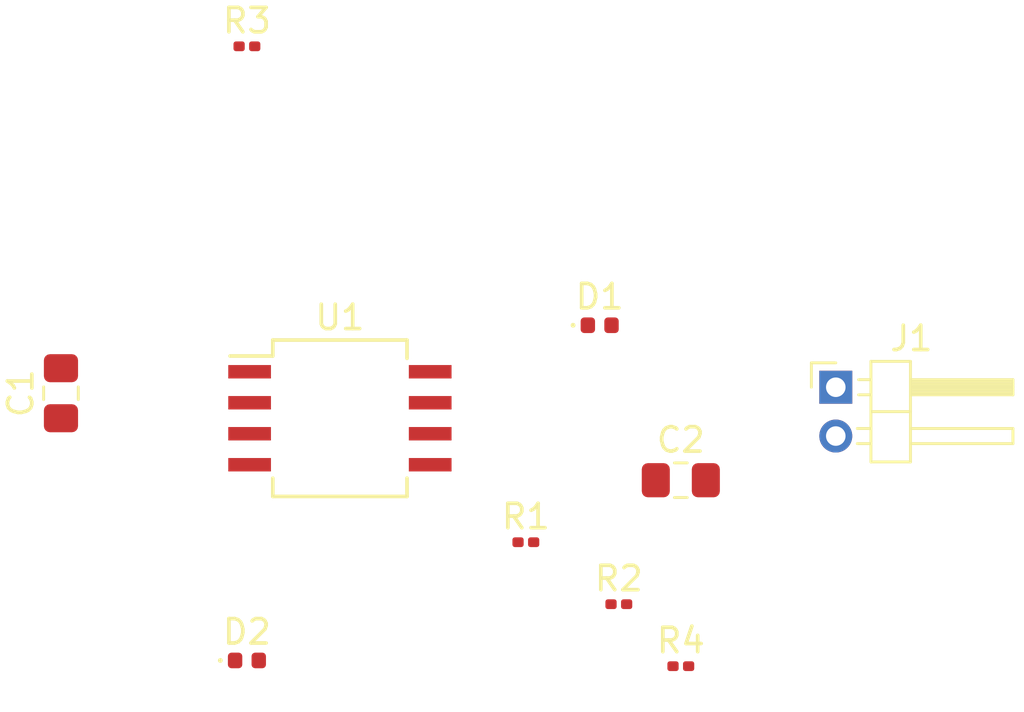
<source format=kicad_pcb>
(kicad_pcb (version 20171130) (host pcbnew 5.1.5-52549c5~84~ubuntu18.04.1)

  (general
    (thickness 1.6)
    (drawings 0)
    (tracks 0)
    (zones 0)
    (modules 10)
    (nets 8)
  )

  (page A4)
  (layers
    (0 F.Cu signal)
    (31 B.Cu signal)
    (32 B.Adhes user)
    (33 F.Adhes user)
    (34 B.Paste user)
    (35 F.Paste user)
    (36 B.SilkS user)
    (37 F.SilkS user)
    (38 B.Mask user)
    (39 F.Mask user)
    (40 Dwgs.User user)
    (41 Cmts.User user)
    (42 Eco1.User user)
    (43 Eco2.User user)
    (44 Edge.Cuts user)
    (45 Margin user)
    (46 B.CrtYd user)
    (47 F.CrtYd user)
    (48 B.Fab user)
    (49 F.Fab user)
  )

  (setup
    (last_trace_width 0.25)
    (trace_clearance 0.2)
    (zone_clearance 0.508)
    (zone_45_only no)
    (trace_min 0.2)
    (via_size 0.8)
    (via_drill 0.4)
    (via_min_size 0.4)
    (via_min_drill 0.3)
    (uvia_size 0.3)
    (uvia_drill 0.1)
    (uvias_allowed no)
    (uvia_min_size 0.2)
    (uvia_min_drill 0.1)
    (edge_width 0.05)
    (segment_width 0.2)
    (pcb_text_width 0.3)
    (pcb_text_size 1.5 1.5)
    (mod_edge_width 0.12)
    (mod_text_size 1 1)
    (mod_text_width 0.15)
    (pad_size 1.524 1.524)
    (pad_drill 0.762)
    (pad_to_mask_clearance 0.051)
    (solder_mask_min_width 0.25)
    (aux_axis_origin 0 0)
    (visible_elements FFFFFF7F)
    (pcbplotparams
      (layerselection 0x010fc_ffffffff)
      (usegerberextensions false)
      (usegerberattributes false)
      (usegerberadvancedattributes false)
      (creategerberjobfile false)
      (excludeedgelayer true)
      (linewidth 0.100000)
      (plotframeref false)
      (viasonmask false)
      (mode 1)
      (useauxorigin false)
      (hpglpennumber 1)
      (hpglpenspeed 20)
      (hpglpendiameter 15.000000)
      (psnegative false)
      (psa4output false)
      (plotreference true)
      (plotvalue true)
      (plotinvisibletext false)
      (padsonsilk false)
      (subtractmaskfromsilk false)
      (outputformat 1)
      (mirror false)
      (drillshape 1)
      (scaleselection 1)
      (outputdirectory ""))
  )

  (net 0 "")
  (net 1 GND)
  (net 2 +9V)
  (net 3 "Net-(D1-Pad1)")
  (net 4 "Net-(D2-Pad2)")
  (net 5 "Net-(D2-Pad1)")
  (net 6 "Net-(R1-Pad2)")
  (net 7 "Net-(R2-Pad2)")

  (net_class Default "This is the default net class."
    (clearance 0.2)
    (trace_width 0.25)
    (via_dia 0.8)
    (via_drill 0.4)
    (uvia_dia 0.3)
    (uvia_drill 0.1)
    (add_net +9V)
    (add_net GND)
    (add_net "Net-(D1-Pad1)")
    (add_net "Net-(D2-Pad1)")
    (add_net "Net-(D2-Pad2)")
    (add_net "Net-(R1-Pad2)")
    (add_net "Net-(R2-Pad2)")
  )

  (module Capacitor_SMD:C_0805_2012Metric_Pad1.15x1.40mm_HandSolder (layer F.Cu) (tedit 5B36C52B) (tstamp 5E7AD2DA)
    (at 120.65 92.955 90)
    (descr "Capacitor SMD 0805 (2012 Metric), square (rectangular) end terminal, IPC_7351 nominal with elongated pad for handsoldering. (Body size source: https://docs.google.com/spreadsheets/d/1BsfQQcO9C6DZCsRaXUlFlo91Tg2WpOkGARC1WS5S8t0/edit?usp=sharing), generated with kicad-footprint-generator")
    (tags "capacitor handsolder")
    (path /5E7B154E)
    (attr smd)
    (fp_text reference C1 (at 0 -1.65 90) (layer F.SilkS)
      (effects (font (size 1 1) (thickness 0.15)))
    )
    (fp_text value 100uF (at 0 1.65 90) (layer F.Fab)
      (effects (font (size 1 1) (thickness 0.15)))
    )
    (fp_text user %R (at 0 0 90) (layer F.Fab)
      (effects (font (size 0.5 0.5) (thickness 0.08)))
    )
    (fp_line (start 1.85 0.95) (end -1.85 0.95) (layer F.CrtYd) (width 0.05))
    (fp_line (start 1.85 -0.95) (end 1.85 0.95) (layer F.CrtYd) (width 0.05))
    (fp_line (start -1.85 -0.95) (end 1.85 -0.95) (layer F.CrtYd) (width 0.05))
    (fp_line (start -1.85 0.95) (end -1.85 -0.95) (layer F.CrtYd) (width 0.05))
    (fp_line (start -0.261252 0.71) (end 0.261252 0.71) (layer F.SilkS) (width 0.12))
    (fp_line (start -0.261252 -0.71) (end 0.261252 -0.71) (layer F.SilkS) (width 0.12))
    (fp_line (start 1 0.6) (end -1 0.6) (layer F.Fab) (width 0.1))
    (fp_line (start 1 -0.6) (end 1 0.6) (layer F.Fab) (width 0.1))
    (fp_line (start -1 -0.6) (end 1 -0.6) (layer F.Fab) (width 0.1))
    (fp_line (start -1 0.6) (end -1 -0.6) (layer F.Fab) (width 0.1))
    (pad 2 smd roundrect (at 1.025 0 90) (size 1.15 1.4) (layers F.Cu F.Paste F.Mask) (roundrect_rratio 0.217391)
      (net 1 GND))
    (pad 1 smd roundrect (at -1.025 0 90) (size 1.15 1.4) (layers F.Cu F.Paste F.Mask) (roundrect_rratio 0.217391)
      (net 2 +9V))
    (model ${KISYS3DMOD}/Capacitor_SMD.3dshapes/C_0805_2012Metric.wrl
      (at (xyz 0 0 0))
      (scale (xyz 1 1 1))
      (rotate (xyz 0 0 0))
    )
  )

  (module Capacitor_SMD:C_0805_2012Metric_Pad1.15x1.40mm_HandSolder (layer F.Cu) (tedit 5B36C52B) (tstamp 5E7AD77A)
    (at 146.05 96.52)
    (descr "Capacitor SMD 0805 (2012 Metric), square (rectangular) end terminal, IPC_7351 nominal with elongated pad for handsoldering. (Body size source: https://docs.google.com/spreadsheets/d/1BsfQQcO9C6DZCsRaXUlFlo91Tg2WpOkGARC1WS5S8t0/edit?usp=sharing), generated with kicad-footprint-generator")
    (tags "capacitor handsolder")
    (path /5E7B1013)
    (attr smd)
    (fp_text reference C2 (at 0 -1.65) (layer F.SilkS)
      (effects (font (size 1 1) (thickness 0.15)))
    )
    (fp_text value 10nF (at 0 1.65) (layer F.Fab)
      (effects (font (size 1 1) (thickness 0.15)))
    )
    (fp_line (start -1 0.6) (end -1 -0.6) (layer F.Fab) (width 0.1))
    (fp_line (start -1 -0.6) (end 1 -0.6) (layer F.Fab) (width 0.1))
    (fp_line (start 1 -0.6) (end 1 0.6) (layer F.Fab) (width 0.1))
    (fp_line (start 1 0.6) (end -1 0.6) (layer F.Fab) (width 0.1))
    (fp_line (start -0.261252 -0.71) (end 0.261252 -0.71) (layer F.SilkS) (width 0.12))
    (fp_line (start -0.261252 0.71) (end 0.261252 0.71) (layer F.SilkS) (width 0.12))
    (fp_line (start -1.85 0.95) (end -1.85 -0.95) (layer F.CrtYd) (width 0.05))
    (fp_line (start -1.85 -0.95) (end 1.85 -0.95) (layer F.CrtYd) (width 0.05))
    (fp_line (start 1.85 -0.95) (end 1.85 0.95) (layer F.CrtYd) (width 0.05))
    (fp_line (start 1.85 0.95) (end -1.85 0.95) (layer F.CrtYd) (width 0.05))
    (fp_text user %R (at 0 0) (layer F.Fab)
      (effects (font (size 0.5 0.5) (thickness 0.08)))
    )
    (pad 1 smd roundrect (at -1.025 0) (size 1.15 1.4) (layers F.Cu F.Paste F.Mask) (roundrect_rratio 0.217391)
      (net 2 +9V))
    (pad 2 smd roundrect (at 1.025 0) (size 1.15 1.4) (layers F.Cu F.Paste F.Mask) (roundrect_rratio 0.217391)
      (net 1 GND))
    (model ${KISYS3DMOD}/Capacitor_SMD.3dshapes/C_0805_2012Metric.wrl
      (at (xyz 0 0 0))
      (scale (xyz 1 1 1))
      (rotate (xyz 0 0 0))
    )
  )

  (module LED_SMD:LED_0402_1005Metric (layer F.Cu) (tedit 5B301BBE) (tstamp 5E7AD2FD)
    (at 142.725 90.17)
    (descr "LED SMD 0402 (1005 Metric), square (rectangular) end terminal, IPC_7351 nominal, (Body size source: http://www.tortai-tech.com/upload/download/2011102023233369053.pdf), generated with kicad-footprint-generator")
    (tags LED)
    (path /5E7A986A)
    (attr smd)
    (fp_text reference D1 (at 0 -1.17) (layer F.SilkS)
      (effects (font (size 1 1) (thickness 0.15)))
    )
    (fp_text value RED (at 0 1.17) (layer F.Fab)
      (effects (font (size 1 1) (thickness 0.15)))
    )
    (fp_circle (center -1.09 0) (end -1.04 0) (layer F.SilkS) (width 0.1))
    (fp_line (start -0.5 0.25) (end -0.5 -0.25) (layer F.Fab) (width 0.1))
    (fp_line (start -0.5 -0.25) (end 0.5 -0.25) (layer F.Fab) (width 0.1))
    (fp_line (start 0.5 -0.25) (end 0.5 0.25) (layer F.Fab) (width 0.1))
    (fp_line (start 0.5 0.25) (end -0.5 0.25) (layer F.Fab) (width 0.1))
    (fp_line (start -0.4 0.25) (end -0.4 -0.25) (layer F.Fab) (width 0.1))
    (fp_line (start -0.3 0.25) (end -0.3 -0.25) (layer F.Fab) (width 0.1))
    (fp_line (start -0.93 0.47) (end -0.93 -0.47) (layer F.CrtYd) (width 0.05))
    (fp_line (start -0.93 -0.47) (end 0.93 -0.47) (layer F.CrtYd) (width 0.05))
    (fp_line (start 0.93 -0.47) (end 0.93 0.47) (layer F.CrtYd) (width 0.05))
    (fp_line (start 0.93 0.47) (end -0.93 0.47) (layer F.CrtYd) (width 0.05))
    (fp_text user %R (at 0 0) (layer F.Fab)
      (effects (font (size 0.25 0.25) (thickness 0.04)))
    )
    (pad 1 smd roundrect (at -0.485 0) (size 0.59 0.64) (layers F.Cu F.Paste F.Mask) (roundrect_rratio 0.25)
      (net 3 "Net-(D1-Pad1)"))
    (pad 2 smd roundrect (at 0.485 0) (size 0.59 0.64) (layers F.Cu F.Paste F.Mask) (roundrect_rratio 0.25)
      (net 2 +9V))
    (model ${KISYS3DMOD}/LED_SMD.3dshapes/LED_0402_1005Metric.wrl
      (at (xyz 0 0 0))
      (scale (xyz 1 1 1))
      (rotate (xyz 0 0 0))
    )
  )

  (module LED_SMD:LED_0402_1005Metric (layer F.Cu) (tedit 5B301BBE) (tstamp 5E7AD30F)
    (at 128.27 103.905001)
    (descr "LED SMD 0402 (1005 Metric), square (rectangular) end terminal, IPC_7351 nominal, (Body size source: http://www.tortai-tech.com/upload/download/2011102023233369053.pdf), generated with kicad-footprint-generator")
    (tags LED)
    (path /5E7AA4C9)
    (attr smd)
    (fp_text reference D2 (at 0 -1.17) (layer F.SilkS)
      (effects (font (size 1 1) (thickness 0.15)))
    )
    (fp_text value BLUE (at 0 1.17) (layer F.Fab)
      (effects (font (size 1 1) (thickness 0.15)))
    )
    (fp_text user %R (at 0 0) (layer F.Fab)
      (effects (font (size 0.25 0.25) (thickness 0.04)))
    )
    (fp_line (start 0.93 0.47) (end -0.93 0.47) (layer F.CrtYd) (width 0.05))
    (fp_line (start 0.93 -0.47) (end 0.93 0.47) (layer F.CrtYd) (width 0.05))
    (fp_line (start -0.93 -0.47) (end 0.93 -0.47) (layer F.CrtYd) (width 0.05))
    (fp_line (start -0.93 0.47) (end -0.93 -0.47) (layer F.CrtYd) (width 0.05))
    (fp_line (start -0.3 0.25) (end -0.3 -0.25) (layer F.Fab) (width 0.1))
    (fp_line (start -0.4 0.25) (end -0.4 -0.25) (layer F.Fab) (width 0.1))
    (fp_line (start 0.5 0.25) (end -0.5 0.25) (layer F.Fab) (width 0.1))
    (fp_line (start 0.5 -0.25) (end 0.5 0.25) (layer F.Fab) (width 0.1))
    (fp_line (start -0.5 -0.25) (end 0.5 -0.25) (layer F.Fab) (width 0.1))
    (fp_line (start -0.5 0.25) (end -0.5 -0.25) (layer F.Fab) (width 0.1))
    (fp_circle (center -1.09 0) (end -1.04 0) (layer F.SilkS) (width 0.1))
    (pad 2 smd roundrect (at 0.485 0) (size 0.59 0.64) (layers F.Cu F.Paste F.Mask) (roundrect_rratio 0.25)
      (net 4 "Net-(D2-Pad2)"))
    (pad 1 smd roundrect (at -0.485 0) (size 0.59 0.64) (layers F.Cu F.Paste F.Mask) (roundrect_rratio 0.25)
      (net 5 "Net-(D2-Pad1)"))
    (model ${KISYS3DMOD}/LED_SMD.3dshapes/LED_0402_1005Metric.wrl
      (at (xyz 0 0 0))
      (scale (xyz 1 1 1))
      (rotate (xyz 0 0 0))
    )
  )

  (module Connector_PinHeader_2.00mm:PinHeader_1x02_P2.00mm_Horizontal (layer F.Cu) (tedit 59FED667) (tstamp 5E7AD6E7)
    (at 152.4 92.71)
    (descr "Through hole angled pin header, 1x02, 2.00mm pitch, 4.2mm pin length, single row")
    (tags "Through hole angled pin header THT 1x02 2.00mm single row")
    (path /5E7B36FE)
    (fp_text reference J1 (at 3.1 -2) (layer F.SilkS)
      (effects (font (size 1 1) (thickness 0.15)))
    )
    (fp_text value 9V (at 3.1 4) (layer F.Fab)
      (effects (font (size 1 1) (thickness 0.15)))
    )
    (fp_line (start 1.875 -1) (end 3 -1) (layer F.Fab) (width 0.1))
    (fp_line (start 3 -1) (end 3 3) (layer F.Fab) (width 0.1))
    (fp_line (start 3 3) (end 1.5 3) (layer F.Fab) (width 0.1))
    (fp_line (start 1.5 3) (end 1.5 -0.625) (layer F.Fab) (width 0.1))
    (fp_line (start 1.5 -0.625) (end 1.875 -1) (layer F.Fab) (width 0.1))
    (fp_line (start -0.25 -0.25) (end 1.5 -0.25) (layer F.Fab) (width 0.1))
    (fp_line (start -0.25 -0.25) (end -0.25 0.25) (layer F.Fab) (width 0.1))
    (fp_line (start -0.25 0.25) (end 1.5 0.25) (layer F.Fab) (width 0.1))
    (fp_line (start 3 -0.25) (end 7.2 -0.25) (layer F.Fab) (width 0.1))
    (fp_line (start 7.2 -0.25) (end 7.2 0.25) (layer F.Fab) (width 0.1))
    (fp_line (start 3 0.25) (end 7.2 0.25) (layer F.Fab) (width 0.1))
    (fp_line (start -0.25 1.75) (end 1.5 1.75) (layer F.Fab) (width 0.1))
    (fp_line (start -0.25 1.75) (end -0.25 2.25) (layer F.Fab) (width 0.1))
    (fp_line (start -0.25 2.25) (end 1.5 2.25) (layer F.Fab) (width 0.1))
    (fp_line (start 3 1.75) (end 7.2 1.75) (layer F.Fab) (width 0.1))
    (fp_line (start 7.2 1.75) (end 7.2 2.25) (layer F.Fab) (width 0.1))
    (fp_line (start 3 2.25) (end 7.2 2.25) (layer F.Fab) (width 0.1))
    (fp_line (start 1.44 -1.06) (end 1.44 3.06) (layer F.SilkS) (width 0.12))
    (fp_line (start 1.44 3.06) (end 3.06 3.06) (layer F.SilkS) (width 0.12))
    (fp_line (start 3.06 3.06) (end 3.06 -1.06) (layer F.SilkS) (width 0.12))
    (fp_line (start 3.06 -1.06) (end 1.44 -1.06) (layer F.SilkS) (width 0.12))
    (fp_line (start 3.06 -0.31) (end 7.26 -0.31) (layer F.SilkS) (width 0.12))
    (fp_line (start 7.26 -0.31) (end 7.26 0.31) (layer F.SilkS) (width 0.12))
    (fp_line (start 7.26 0.31) (end 3.06 0.31) (layer F.SilkS) (width 0.12))
    (fp_line (start 3.06 -0.25) (end 7.26 -0.25) (layer F.SilkS) (width 0.12))
    (fp_line (start 3.06 -0.13) (end 7.26 -0.13) (layer F.SilkS) (width 0.12))
    (fp_line (start 3.06 -0.01) (end 7.26 -0.01) (layer F.SilkS) (width 0.12))
    (fp_line (start 3.06 0.11) (end 7.26 0.11) (layer F.SilkS) (width 0.12))
    (fp_line (start 3.06 0.23) (end 7.26 0.23) (layer F.SilkS) (width 0.12))
    (fp_line (start 0.935 -0.31) (end 1.44 -0.31) (layer F.SilkS) (width 0.12))
    (fp_line (start 0.935 0.31) (end 1.44 0.31) (layer F.SilkS) (width 0.12))
    (fp_line (start 1.44 1) (end 3.06 1) (layer F.SilkS) (width 0.12))
    (fp_line (start 3.06 1.69) (end 7.26 1.69) (layer F.SilkS) (width 0.12))
    (fp_line (start 7.26 1.69) (end 7.26 2.31) (layer F.SilkS) (width 0.12))
    (fp_line (start 7.26 2.31) (end 3.06 2.31) (layer F.SilkS) (width 0.12))
    (fp_line (start 0.882114 1.69) (end 1.44 1.69) (layer F.SilkS) (width 0.12))
    (fp_line (start 0.882114 2.31) (end 1.44 2.31) (layer F.SilkS) (width 0.12))
    (fp_line (start -1 0) (end -1 -1) (layer F.SilkS) (width 0.12))
    (fp_line (start -1 -1) (end 0 -1) (layer F.SilkS) (width 0.12))
    (fp_line (start -1.5 -1.5) (end -1.5 3.5) (layer F.CrtYd) (width 0.05))
    (fp_line (start -1.5 3.5) (end 7.7 3.5) (layer F.CrtYd) (width 0.05))
    (fp_line (start 7.7 3.5) (end 7.7 -1.5) (layer F.CrtYd) (width 0.05))
    (fp_line (start 7.7 -1.5) (end -1.5 -1.5) (layer F.CrtYd) (width 0.05))
    (fp_text user %R (at 2.25 1 90) (layer F.Fab)
      (effects (font (size 0.9 0.9) (thickness 0.135)))
    )
    (pad 1 thru_hole rect (at 0 0) (size 1.35 1.35) (drill 0.8) (layers *.Cu *.Mask)
      (net 2 +9V))
    (pad 2 thru_hole oval (at 0 2) (size 1.35 1.35) (drill 0.8) (layers *.Cu *.Mask)
      (net 1 GND))
    (model ${KISYS3DMOD}/Connector_PinHeader_2.00mm.3dshapes/PinHeader_1x02_P2.00mm_Horizontal.wrl
      (at (xyz 0 0 0))
      (scale (xyz 1 1 1))
      (rotate (xyz 0 0 0))
    )
  )

  (module Resistor_SMD:R_0201_0603Metric (layer F.Cu) (tedit 5B301BBD) (tstamp 5E7AD352)
    (at 139.7 99.06)
    (descr "Resistor SMD 0201 (0603 Metric), square (rectangular) end terminal, IPC_7351 nominal, (Body size source: https://www.vishay.com/docs/20052/crcw0201e3.pdf), generated with kicad-footprint-generator")
    (tags resistor)
    (path /5E7AEC5F)
    (attr smd)
    (fp_text reference R1 (at 0 -1.05) (layer F.SilkS)
      (effects (font (size 1 1) (thickness 0.15)))
    )
    (fp_text value 4,7k (at 0 1.05) (layer F.Fab)
      (effects (font (size 1 1) (thickness 0.15)))
    )
    (fp_text user %R (at 0 -0.68) (layer F.Fab)
      (effects (font (size 0.25 0.25) (thickness 0.04)))
    )
    (fp_line (start 0.7 0.35) (end -0.7 0.35) (layer F.CrtYd) (width 0.05))
    (fp_line (start 0.7 -0.35) (end 0.7 0.35) (layer F.CrtYd) (width 0.05))
    (fp_line (start -0.7 -0.35) (end 0.7 -0.35) (layer F.CrtYd) (width 0.05))
    (fp_line (start -0.7 0.35) (end -0.7 -0.35) (layer F.CrtYd) (width 0.05))
    (fp_line (start 0.3 0.15) (end -0.3 0.15) (layer F.Fab) (width 0.1))
    (fp_line (start 0.3 -0.15) (end 0.3 0.15) (layer F.Fab) (width 0.1))
    (fp_line (start -0.3 -0.15) (end 0.3 -0.15) (layer F.Fab) (width 0.1))
    (fp_line (start -0.3 0.15) (end -0.3 -0.15) (layer F.Fab) (width 0.1))
    (pad 2 smd roundrect (at 0.32 0) (size 0.46 0.4) (layers F.Cu F.Mask) (roundrect_rratio 0.25)
      (net 6 "Net-(R1-Pad2)"))
    (pad 1 smd roundrect (at -0.32 0) (size 0.46 0.4) (layers F.Cu F.Mask) (roundrect_rratio 0.25)
      (net 2 +9V))
    (pad "" smd roundrect (at 0.345 0) (size 0.318 0.36) (layers F.Paste) (roundrect_rratio 0.25))
    (pad "" smd roundrect (at -0.345 0) (size 0.318 0.36) (layers F.Paste) (roundrect_rratio 0.25))
    (model ${KISYS3DMOD}/Resistor_SMD.3dshapes/R_0201_0603Metric.wrl
      (at (xyz 0 0 0))
      (scale (xyz 1 1 1))
      (rotate (xyz 0 0 0))
    )
  )

  (module Resistor_SMD:R_0201_0603Metric (layer F.Cu) (tedit 5B301BBD) (tstamp 5E7AD363)
    (at 143.51 101.6)
    (descr "Resistor SMD 0201 (0603 Metric), square (rectangular) end terminal, IPC_7351 nominal, (Body size source: https://www.vishay.com/docs/20052/crcw0201e3.pdf), generated with kicad-footprint-generator")
    (tags resistor)
    (path /5E7AE69F)
    (attr smd)
    (fp_text reference R2 (at 0 -1.05) (layer F.SilkS)
      (effects (font (size 1 1) (thickness 0.15)))
    )
    (fp_text value 10k (at 0 1.05) (layer F.Fab)
      (effects (font (size 1 1) (thickness 0.15)))
    )
    (fp_line (start -0.3 0.15) (end -0.3 -0.15) (layer F.Fab) (width 0.1))
    (fp_line (start -0.3 -0.15) (end 0.3 -0.15) (layer F.Fab) (width 0.1))
    (fp_line (start 0.3 -0.15) (end 0.3 0.15) (layer F.Fab) (width 0.1))
    (fp_line (start 0.3 0.15) (end -0.3 0.15) (layer F.Fab) (width 0.1))
    (fp_line (start -0.7 0.35) (end -0.7 -0.35) (layer F.CrtYd) (width 0.05))
    (fp_line (start -0.7 -0.35) (end 0.7 -0.35) (layer F.CrtYd) (width 0.05))
    (fp_line (start 0.7 -0.35) (end 0.7 0.35) (layer F.CrtYd) (width 0.05))
    (fp_line (start 0.7 0.35) (end -0.7 0.35) (layer F.CrtYd) (width 0.05))
    (fp_text user %R (at 0 -0.68) (layer F.Fab)
      (effects (font (size 0.25 0.25) (thickness 0.04)))
    )
    (pad "" smd roundrect (at -0.345 0) (size 0.318 0.36) (layers F.Paste) (roundrect_rratio 0.25))
    (pad "" smd roundrect (at 0.345 0) (size 0.318 0.36) (layers F.Paste) (roundrect_rratio 0.25))
    (pad 1 smd roundrect (at -0.32 0) (size 0.46 0.4) (layers F.Cu F.Mask) (roundrect_rratio 0.25)
      (net 6 "Net-(R1-Pad2)"))
    (pad 2 smd roundrect (at 0.32 0) (size 0.46 0.4) (layers F.Cu F.Mask) (roundrect_rratio 0.25)
      (net 7 "Net-(R2-Pad2)"))
    (model ${KISYS3DMOD}/Resistor_SMD.3dshapes/R_0201_0603Metric.wrl
      (at (xyz 0 0 0))
      (scale (xyz 1 1 1))
      (rotate (xyz 0 0 0))
    )
  )

  (module Resistor_SMD:R_0201_0603Metric (layer F.Cu) (tedit 5B301BBD) (tstamp 5E7AD374)
    (at 128.27 78.74)
    (descr "Resistor SMD 0201 (0603 Metric), square (rectangular) end terminal, IPC_7351 nominal, (Body size source: https://www.vishay.com/docs/20052/crcw0201e3.pdf), generated with kicad-footprint-generator")
    (tags resistor)
    (path /5E7AC45C)
    (attr smd)
    (fp_text reference R3 (at 0 -1.05) (layer F.SilkS)
      (effects (font (size 1 1) (thickness 0.15)))
    )
    (fp_text value 470 (at 0 1.05) (layer F.Fab)
      (effects (font (size 1 1) (thickness 0.15)))
    )
    (fp_text user %R (at 0 -0.68) (layer F.Fab)
      (effects (font (size 0.25 0.25) (thickness 0.04)))
    )
    (fp_line (start 0.7 0.35) (end -0.7 0.35) (layer F.CrtYd) (width 0.05))
    (fp_line (start 0.7 -0.35) (end 0.7 0.35) (layer F.CrtYd) (width 0.05))
    (fp_line (start -0.7 -0.35) (end 0.7 -0.35) (layer F.CrtYd) (width 0.05))
    (fp_line (start -0.7 0.35) (end -0.7 -0.35) (layer F.CrtYd) (width 0.05))
    (fp_line (start 0.3 0.15) (end -0.3 0.15) (layer F.Fab) (width 0.1))
    (fp_line (start 0.3 -0.15) (end 0.3 0.15) (layer F.Fab) (width 0.1))
    (fp_line (start -0.3 -0.15) (end 0.3 -0.15) (layer F.Fab) (width 0.1))
    (fp_line (start -0.3 0.15) (end -0.3 -0.15) (layer F.Fab) (width 0.1))
    (pad 2 smd roundrect (at 0.32 0) (size 0.46 0.4) (layers F.Cu F.Mask) (roundrect_rratio 0.25)
      (net 4 "Net-(D2-Pad2)"))
    (pad 1 smd roundrect (at -0.32 0) (size 0.46 0.4) (layers F.Cu F.Mask) (roundrect_rratio 0.25)
      (net 3 "Net-(D1-Pad1)"))
    (pad "" smd roundrect (at 0.345 0) (size 0.318 0.36) (layers F.Paste) (roundrect_rratio 0.25))
    (pad "" smd roundrect (at -0.345 0) (size 0.318 0.36) (layers F.Paste) (roundrect_rratio 0.25))
    (model ${KISYS3DMOD}/Resistor_SMD.3dshapes/R_0201_0603Metric.wrl
      (at (xyz 0 0 0))
      (scale (xyz 1 1 1))
      (rotate (xyz 0 0 0))
    )
  )

  (module Resistor_SMD:R_0201_0603Metric (layer F.Cu) (tedit 5B301BBD) (tstamp 5E7ADA9F)
    (at 146.05 104.14)
    (descr "Resistor SMD 0201 (0603 Metric), square (rectangular) end terminal, IPC_7351 nominal, (Body size source: https://www.vishay.com/docs/20052/crcw0201e3.pdf), generated with kicad-footprint-generator")
    (tags resistor)
    (path /5E7AAD0F)
    (attr smd)
    (fp_text reference R4 (at 0 -1.05) (layer F.SilkS)
      (effects (font (size 1 1) (thickness 0.15)))
    )
    (fp_text value 470 (at 0 1.05) (layer F.Fab)
      (effects (font (size 1 1) (thickness 0.15)))
    )
    (fp_line (start -0.3 0.15) (end -0.3 -0.15) (layer F.Fab) (width 0.1))
    (fp_line (start -0.3 -0.15) (end 0.3 -0.15) (layer F.Fab) (width 0.1))
    (fp_line (start 0.3 -0.15) (end 0.3 0.15) (layer F.Fab) (width 0.1))
    (fp_line (start 0.3 0.15) (end -0.3 0.15) (layer F.Fab) (width 0.1))
    (fp_line (start -0.7 0.35) (end -0.7 -0.35) (layer F.CrtYd) (width 0.05))
    (fp_line (start -0.7 -0.35) (end 0.7 -0.35) (layer F.CrtYd) (width 0.05))
    (fp_line (start 0.7 -0.35) (end 0.7 0.35) (layer F.CrtYd) (width 0.05))
    (fp_line (start 0.7 0.35) (end -0.7 0.35) (layer F.CrtYd) (width 0.05))
    (fp_text user %R (at 0 -0.68) (layer F.Fab)
      (effects (font (size 0.25 0.25) (thickness 0.04)))
    )
    (pad "" smd roundrect (at -0.345 0) (size 0.318 0.36) (layers F.Paste) (roundrect_rratio 0.25))
    (pad "" smd roundrect (at 0.345 0) (size 0.318 0.36) (layers F.Paste) (roundrect_rratio 0.25))
    (pad 1 smd roundrect (at -0.32 0) (size 0.46 0.4) (layers F.Cu F.Mask) (roundrect_rratio 0.25)
      (net 5 "Net-(D2-Pad1)"))
    (pad 2 smd roundrect (at 0.32 0) (size 0.46 0.4) (layers F.Cu F.Mask) (roundrect_rratio 0.25)
      (net 1 GND))
    (model ${KISYS3DMOD}/Resistor_SMD.3dshapes/R_0201_0603Metric.wrl
      (at (xyz 0 0 0))
      (scale (xyz 1 1 1))
      (rotate (xyz 0 0 0))
    )
  )

  (module Package_SO:SO-8_5.3x6.2mm_P1.27mm (layer F.Cu) (tedit 5A02F2D3) (tstamp 5E7AD3A2)
    (at 132.08 93.98)
    (descr "8-Lead Plastic Small Outline, 5.3x6.2mm Body (http://www.ti.com.cn/cn/lit/ds/symlink/tl7705a.pdf)")
    (tags "SOIC 1.27")
    (path /5E7A6B62)
    (attr smd)
    (fp_text reference U1 (at 0 -4.13) (layer F.SilkS)
      (effects (font (size 1 1) (thickness 0.15)))
    )
    (fp_text value LM555 (at 0 4.13) (layer F.Fab)
      (effects (font (size 1 1) (thickness 0.15)))
    )
    (fp_text user %R (at 0 0) (layer F.Fab)
      (effects (font (size 1 1) (thickness 0.15)))
    )
    (fp_line (start -1.65 -3.1) (end 2.65 -3.1) (layer F.Fab) (width 0.15))
    (fp_line (start 2.65 -3.1) (end 2.65 3.1) (layer F.Fab) (width 0.15))
    (fp_line (start 2.65 3.1) (end -2.65 3.1) (layer F.Fab) (width 0.15))
    (fp_line (start -2.65 3.1) (end -2.65 -2.1) (layer F.Fab) (width 0.15))
    (fp_line (start -2.65 -2.1) (end -1.65 -3.1) (layer F.Fab) (width 0.15))
    (fp_line (start -4.83 -3.35) (end -4.83 3.35) (layer F.CrtYd) (width 0.05))
    (fp_line (start 4.83 -3.35) (end 4.83 3.35) (layer F.CrtYd) (width 0.05))
    (fp_line (start -4.83 -3.35) (end 4.83 -3.35) (layer F.CrtYd) (width 0.05))
    (fp_line (start -4.83 3.35) (end 4.83 3.35) (layer F.CrtYd) (width 0.05))
    (fp_line (start -2.75 -3.205) (end -2.75 -2.55) (layer F.SilkS) (width 0.15))
    (fp_line (start 2.75 -3.205) (end 2.75 -2.455) (layer F.SilkS) (width 0.15))
    (fp_line (start 2.75 3.205) (end 2.75 2.455) (layer F.SilkS) (width 0.15))
    (fp_line (start -2.75 3.205) (end -2.75 2.455) (layer F.SilkS) (width 0.15))
    (fp_line (start -2.75 -3.205) (end 2.75 -3.205) (layer F.SilkS) (width 0.15))
    (fp_line (start -2.75 3.205) (end 2.75 3.205) (layer F.SilkS) (width 0.15))
    (fp_line (start -2.75 -2.55) (end -4.5 -2.55) (layer F.SilkS) (width 0.15))
    (pad 1 smd rect (at -3.7 -1.905) (size 1.75 0.55) (layers F.Cu F.Paste F.Mask)
      (net 1 GND))
    (pad 2 smd rect (at -3.7 -0.635) (size 1.75 0.55) (layers F.Cu F.Paste F.Mask)
      (net 2 +9V))
    (pad 3 smd rect (at -3.7 0.635) (size 1.75 0.55) (layers F.Cu F.Paste F.Mask)
      (net 4 "Net-(D2-Pad2)"))
    (pad 4 smd rect (at -3.7 1.905) (size 1.75 0.55) (layers F.Cu F.Paste F.Mask)
      (net 2 +9V))
    (pad 5 smd rect (at 3.7 1.905) (size 1.75 0.55) (layers F.Cu F.Paste F.Mask)
      (net 2 +9V))
    (pad 6 smd rect (at 3.7 0.635) (size 1.75 0.55) (layers F.Cu F.Paste F.Mask)
      (net 2 +9V))
    (pad 7 smd rect (at 3.7 -0.635) (size 1.75 0.55) (layers F.Cu F.Paste F.Mask)
      (net 6 "Net-(R1-Pad2)"))
    (pad 8 smd rect (at 3.7 -1.905) (size 1.75 0.55) (layers F.Cu F.Paste F.Mask)
      (net 2 +9V))
    (model ${KISYS3DMOD}/Package_SO.3dshapes/SO-8_5.3x6.2mm_P1.27mm.wrl
      (at (xyz 0 0 0))
      (scale (xyz 1 1 1))
      (rotate (xyz 0 0 0))
    )
  )

)

</source>
